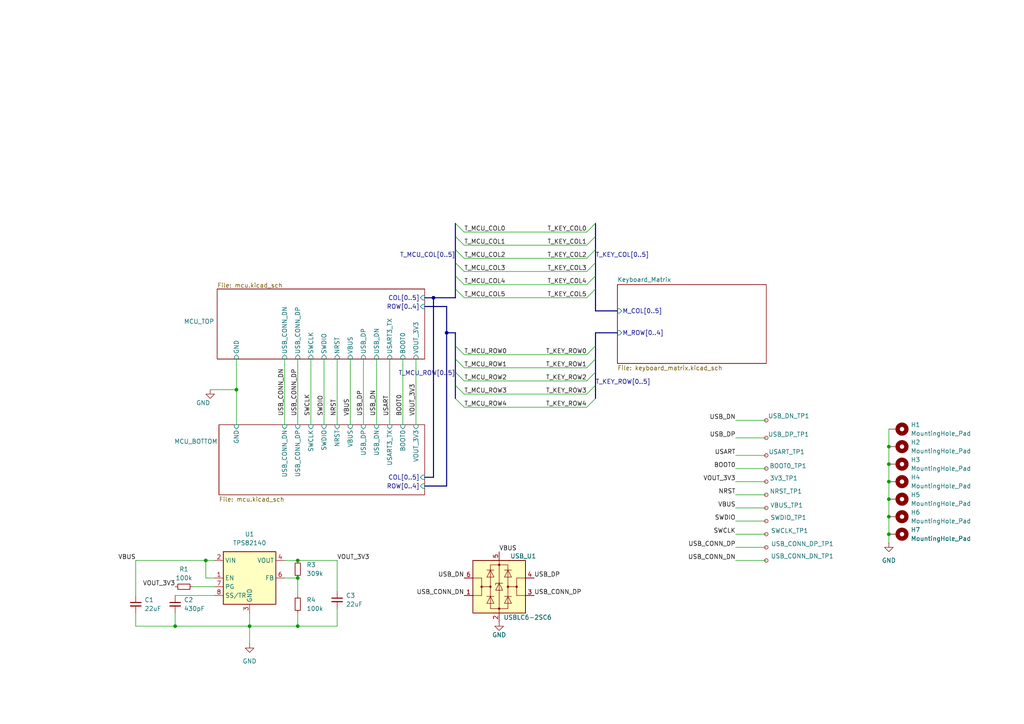
<source format=kicad_sch>
(kicad_sch (version 20231120) (generator "eeschema") (generator_version "8.0")
  (paper "A4")
  (lib_symbols
    (symbol "Connector:TestPoint_Small" (pin_numbers hide) (pin_names (offset 0.762) hide)
      (property "Reference" "TP" (at 0 3.81 0))
      (property "Value" "TestPoint_Small" (at 0 2.032 0))
      (symbol "TestPoint_Small_0_1"
        (circle (center 0 0) (radius 0.508))
      )
      (symbol "TestPoint_Small_1_1"
        (pin passive line (at 0 0 90) (length 0) (name "1") (number "1"))
      )
    )
    (symbol "Device:C_Small" (pin_numbers hide) (pin_names (offset 0.254) hide)
      (property "Reference" "C" (at 0.254 1.778 0))
      (property "Value" "C_Small" (at 0.254 -2.032 0))
      (symbol "C_Small_0_1"
        (polyline (pts (xy -1.524 -0.508) (xy 1.524 -0.508)) (stroke (width 0.3302)))
        (polyline (pts (xy -1.524 0.508) (xy 1.524 0.508)) (stroke (width 0.3048)))
      )
      (symbol "C_Small_1_1"
        (pin passive line (at 0 2.54 270) (length 2.032) (name "~") (number "1"))
        (pin passive line (at 0 -2.54 90) (length 2.032) (name "~") (number "2"))
      )
    )
    (symbol "Device:R_Small" (pin_numbers hide) (pin_names (offset 0.254) hide)
      (property "Reference" "R" (at 0.762 0.508 0))
      (property "Value" "R_Small" (at 0.762 -1.016 0))
      (symbol "R_Small_0_1"
        (rectangle (start -0.762 1.778) (end 0.762 -1.778) (stroke (width 0.2032)))
      )
      (symbol "R_Small_1_1"
        (pin passive line (at 0 2.54 270) (length 0.762) (name "~") (number "1"))
        (pin passive line (at 0 -2.54 90) (length 0.762) (name "~") (number "2"))
      )
    )
    (symbol "GND_1" (power) (pin_numbers hide) (pin_names (offset 0) hide)
      (property "Value" "GND" (at 0 -3.81 0))
      (symbol "GND_1_0_1"
        (polyline (pts (xy 0 0) (xy 0 -1.27) (xy 1.27 -1.27) (xy 0 -2.54) (xy -1.27 -1.27) (xy 0 -1.27)))
      )
      (symbol "GND_1_1_1"
        (pin power_in line (at 0 0 270) (length 0) (name "~") (number "1"))
      )
    )
    (symbol "Mechanical:MountingHole_Pad" (pin_numbers hide) (pin_names (offset 1.016) hide) (exclude_from_sim yes) (in_bom no)
      (property "Reference" "H" (at 0 6.35 0))
      (property "Value" "MountingHole_Pad" (at 0 4.445 0))
      (symbol "MountingHole_Pad_0_1"
        (circle (center 0 1.27) (radius 1.27) (stroke (width 1.27)))
      )
      (symbol "MountingHole_Pad_1_1"
        (pin input line (at 0 -2.54 90) (length 2.54) (name "1") (number "1"))
      )
    )
    (symbol "Regulator_Switching:TPS82140"
      (property "Reference" "U" (at 1.27 11.43 0))
      (property "Value" "TPS82140" (at 5.08 8.89 0))
      (symbol "TPS82140_0_1"
        (rectangle (start -7.62 7.62) (end 7.62 -7.62) (stroke (width 0.254)) (fill (type background)))
      )
      (symbol "TPS82140_1_1"
        (pin input line (at -10.16 0 0) (length 2.54) (name "EN") (number "1"))
        (pin power_in line (at -10.16 5.08 0) (length 2.54) (name "VIN") (number "2"))
        (pin power_in line (at 0 -10.16 90) (length 2.54) (name "GND") (number "3"))
        (pin power_out line (at 10.16 5.08 180) (length 2.54) (name "VOUT") (number "4"))
        (pin passive line (at 10.16 5.08 180) (length 2.54) hide (name "VOUT") (number "5"))
        (pin input line (at 10.16 0 180) (length 2.54) (name "FB") (number "6"))
        (pin open_collector line (at -10.16 -2.54 0) (length 2.54) (name "PG") (number "7"))
        (pin input line (at -10.16 -5.08 0) (length 2.54) (name "SS/TR") (number "8"))
        (pin passive line (at 0 -10.16 90) (length 2.54) hide (name "GND") (number "9"))
      )
    )
    (symbol "STM32F4_REV2-rescue:GND-power" (power) (pin_names (offset 0))
      (property "Value" "power_GND" (at 0 -3.81 0))
      (symbol "GND-power_0_1"
        (polyline (pts (xy 0 0) (xy 0 -1.27) (xy 1.27 -1.27) (xy 0 -2.54) (xy -1.27 -1.27) (xy 0 -1.27)))
      )
      (symbol "GND-power_1_1"
        (pin power_in line (at 0 0 270) (length 0) hide (name "GND") (number "1"))
      )
    )
    (symbol "STM32F4_REV2-rescue:USBLC6-2SC6-Power_Protection" (pin_names hide)
      (property "Reference" "U" (at 2.54 8.89 0))
      (property "Value" "Power_Protection_USBLC6-2SC6" (at 2.54 -8.89 0))
      (symbol "USBLC6-2SC6-Power_Protection_0_1"
        (rectangle (start -7.62 -7.62) (end 7.62 7.62) (stroke (width 0.254)) (fill (type background)))
        (circle (center -5.08 0) (radius 0.254) (fill (type outline)))
        (circle (center -2.54 0) (radius 0.254) (fill (type outline)))
        (rectangle (start -2.54 6.35) (end 2.54 -6.35))
        (circle (center 0 -6.35) (radius 0.254) (fill (type outline)))
        (polyline (pts (xy -5.08 -2.54) (xy -7.62 -2.54)))
        (polyline (pts (xy -5.08 0) (xy -5.08 -2.54)))
        (polyline (pts (xy -5.08 2.54) (xy -7.62 2.54)))
        (polyline (pts (xy -1.524 -2.794) (xy -3.556 -2.794)))
        (polyline (pts (xy -1.524 4.826) (xy -3.556 4.826)))
        (polyline (pts (xy 0 -7.62) (xy 0 -6.35)))
        (polyline (pts (xy 0 -6.35) (xy 0 1.27)))
        (polyline (pts (xy 0 1.27) (xy 0 6.35)))
        (polyline (pts (xy 0 6.35) (xy 0 7.62)))
        (polyline (pts (xy 1.524 -2.794) (xy 3.556 -2.794)))
        (polyline (pts (xy 1.524 4.826) (xy 3.556 4.826)))
        (polyline (pts (xy 5.08 -2.54) (xy 7.62 -2.54)))
        (polyline (pts (xy 5.08 0) (xy 5.08 -2.54)))
        (polyline (pts (xy 5.08 2.54) (xy 7.62 2.54)))
        (polyline (pts (xy -2.54 0) (xy -5.08 0) (xy -5.08 2.54)))
        (polyline (pts (xy 2.54 0) (xy 5.08 0) (xy 5.08 2.54)))
        (polyline (pts (xy -3.556 -4.826) (xy -1.524 -4.826) (xy -2.54 -2.794) (xy -3.556 -4.826)))
        (polyline (pts (xy -3.556 2.794) (xy -1.524 2.794) (xy -2.54 4.826) (xy -3.556 2.794)))
        (polyline (pts (xy -1.016 -1.016) (xy 1.016 -1.016) (xy 0 1.016) (xy -1.016 -1.016)))
        (polyline (pts (xy 1.016 1.016) (xy 0.762 1.016) (xy -1.016 1.016) (xy -1.016 0.508)))
        (polyline (pts (xy 3.556 -4.826) (xy 1.524 -4.826) (xy 2.54 -2.794) (xy 3.556 -4.826)))
        (polyline (pts (xy 3.556 2.794) (xy 1.524 2.794) (xy 2.54 4.826) (xy 3.556 2.794)))
        (circle (center 0 6.35) (radius 0.254) (fill (type outline)))
        (circle (center 2.54 0) (radius 0.254) (fill (type outline)))
        (circle (center 5.08 0) (radius 0.254) (fill (type outline)))
      )
      (symbol "USBLC6-2SC6-Power_Protection_1_1"
        (pin passive line (at -10.16 -2.54 0) (length 2.54) (name "I/O1") (number "1"))
        (pin passive line (at 0 -10.16 90) (length 2.54) (name "GND") (number "2"))
        (pin passive line (at 10.16 -2.54 180) (length 2.54) (name "I/O2") (number "3"))
        (pin passive line (at 10.16 2.54 180) (length 2.54) (name "I/O2") (number "4"))
        (pin passive line (at 0 10.16 270) (length 2.54) (name "VBUS") (number "5"))
        (pin passive line (at -10.16 2.54 0) (length 2.54) (name "I/O1") (number "6"))
      )
    )
    (symbol "power:GND" (power) (pin_names (offset 0))
      (property "Value" "GND" (at 0 -3.81 0))
      (symbol "GND_0_1"
        (polyline (pts (xy 0 0) (xy 0 -1.27) (xy 1.27 -1.27) (xy 0 -2.54) (xy -1.27 -1.27) (xy 0 -1.27)))
      )
      (symbol "GND_1_1"
        (pin power_in line (at 0 0 270) (length 0) hide (name "GND") (number "1"))
      )
    )
  )
  (junction (at 50.8 181.61))
  (junction (at 129.54 96.52))
  (junction (at 257.81 129.54))
  (junction (at 86.36 167.64))
  (junction (at 125.73 86.36))
  (junction (at 257.81 144.78))
  (junction (at 59.69 162.56))
  (junction (at 68.58 113.03))
  (junction (at 257.81 154.94))
  (junction (at 257.81 139.7))
  (junction (at 72.39 181.61))
  (junction (at 257.81 134.62))
  (junction (at 86.36 162.56))
  (junction (at 86.36 181.61))
  (junction (at 257.81 149.86))
  (bus_entry (at 170.18 78.74) (size 2.54 -2.54))
  (bus_entry (at 170.18 102.87) (size 2.54 -2.54))
  (bus_entry (at 170.18 82.55) (size 2.54 -2.54))
  (bus_entry (at 170.18 118.11) (size 2.54 -2.54))
  (bus_entry (at 170.18 86.36) (size 2.54 -2.54))
  (bus_entry (at 132.08 80.01) (size 2.54 2.54))
  (bus_entry (at 170.18 110.49) (size 2.54 -2.54))
  (bus_entry (at 132.08 76.2) (size 2.54 2.54))
  (bus_entry (at 170.18 67.31) (size 2.54 -2.54))
  (bus_entry (at 170.18 106.68) (size 2.54 -2.54))
  (bus_entry (at 132.08 64.77) (size 2.54 2.54))
  (bus_entry (at 132.08 111.76) (size 2.54 2.54))
  (bus_entry (at 132.08 104.14) (size 2.54 2.54))
  (bus_entry (at 132.08 83.82) (size 2.54 2.54))
  (bus_entry (at 170.18 74.93) (size 2.54 -2.54))
  (bus_entry (at 132.08 68.58) (size 2.54 2.54))
  (bus_entry (at 132.08 107.95) (size 2.54 2.54))
  (bus_entry (at 170.18 114.3) (size 2.54 -2.54))
  (bus_entry (at 132.08 72.39) (size 2.54 2.54))
  (bus_entry (at 132.08 115.57) (size 2.54 2.54))
  (bus_entry (at 170.18 71.12) (size 2.54 -2.54))
  (bus_entry (at 132.08 100.33) (size 2.54 2.54))
  (bus (pts (xy 125.73 86.36) (xy 125.73 138.43)))
  (bus (pts (xy 132.08 111.76) (xy 132.08 115.57)))
  (bus (pts (xy 172.72 104.14) (xy 172.72 107.95)))
  (wire (pts (xy 82.55 162.56) (xy 86.36 162.56)))
  (bus (pts (xy 132.08 100.33) (xy 132.08 104.14)))
  (wire (pts (xy 213.36 132.08) (xy 222.25 132.08)))
  (bus (pts (xy 132.08 104.14) (xy 132.08 107.95)))
  (wire (pts (xy 50.8 172.72) (xy 62.23 172.72)))
  (wire (pts (xy 213.36 147.32) (xy 222.25 147.32)))
  (wire (pts (xy 134.62 74.93) (xy 170.18 74.93)))
  (wire (pts (xy 213.36 151.13) (xy 222.25 151.13)))
  (wire (pts (xy 82.55 104.14) (xy 82.55 123.19)))
  (wire (pts (xy 62.23 162.56) (xy 59.69 162.56)))
  (wire (pts (xy 86.36 104.14) (xy 86.36 123.19)))
  (wire (pts (xy 134.62 78.74) (xy 170.18 78.74)))
  (wire (pts (xy 257.81 154.94) (xy 257.81 157.48)))
  (wire (pts (xy 134.62 71.12) (xy 170.18 71.12)))
  (bus (pts (xy 172.72 111.76) (xy 172.72 115.57)))
  (wire (pts (xy 213.36 143.51) (xy 222.25 143.51)))
  (bus (pts (xy 125.73 86.36) (xy 132.08 86.36)))
  (wire (pts (xy 213.36 127) (xy 222.25 127)))
  (wire (pts (xy 68.58 104.14) (xy 68.58 113.03)))
  (wire (pts (xy 60.96 113.03) (xy 68.58 113.03)))
  (bus (pts (xy 132.08 76.2) (xy 132.08 80.01)))
  (wire (pts (xy 50.8 181.61) (xy 50.8 177.8)))
  (wire (pts (xy 113.03 104.14) (xy 113.03 123.19)))
  (wire (pts (xy 134.62 118.11) (xy 170.18 118.11)))
  (bus (pts (xy 123.19 86.36) (xy 125.73 86.36)))
  (wire (pts (xy 39.37 181.61) (xy 50.8 181.61)))
  (wire (pts (xy 257.81 149.86) (xy 257.81 154.94)))
  (bus (pts (xy 123.19 140.97) (xy 129.54 140.97)))
  (bus (pts (xy 172.72 72.39) (xy 172.72 76.2)))
  (wire (pts (xy 39.37 162.56) (xy 59.69 162.56)))
  (bus (pts (xy 172.72 100.33) (xy 172.72 104.14)))
  (bus (pts (xy 129.54 88.9) (xy 129.54 96.52)))
  (bus (pts (xy 125.73 138.43) (xy 123.19 138.43)))
  (wire (pts (xy 213.36 135.89) (xy 222.25 135.89)))
  (wire (pts (xy 257.81 124.46) (xy 257.81 129.54)))
  (bus (pts (xy 132.08 64.77) (xy 132.08 68.58)))
  (bus (pts (xy 172.72 90.17) (xy 179.07 90.17)))
  (bus (pts (xy 172.72 96.52) (xy 172.72 100.33)))
  (wire (pts (xy 72.39 181.61) (xy 86.36 181.61)))
  (bus (pts (xy 172.72 90.17) (xy 172.72 83.82)))
  (bus (pts (xy 172.72 107.95) (xy 172.72 111.76)))
  (wire (pts (xy 86.36 162.56) (xy 97.79 162.56)))
  (wire (pts (xy 257.81 129.54) (xy 257.81 134.62)))
  (wire (pts (xy 134.62 82.55) (xy 170.18 82.55)))
  (bus (pts (xy 132.08 96.52) (xy 132.08 100.33)))
  (wire (pts (xy 213.36 139.7) (xy 222.25 139.7)))
  (bus (pts (xy 172.72 96.52) (xy 179.07 96.52)))
  (wire (pts (xy 68.58 113.03) (xy 68.58 123.19)))
  (wire (pts (xy 86.36 177.8) (xy 86.36 181.61)))
  (bus (pts (xy 172.72 80.01) (xy 172.72 83.82)))
  (wire (pts (xy 134.62 67.31) (xy 170.18 67.31)))
  (wire (pts (xy 213.36 162.56) (xy 222.25 162.56)))
  (bus (pts (xy 129.54 96.52) (xy 132.08 96.52)))
  (wire (pts (xy 97.79 104.14) (xy 97.79 123.19)))
  (wire (pts (xy 82.55 167.64) (xy 86.36 167.64)))
  (bus (pts (xy 172.72 68.58) (xy 172.72 72.39)))
  (wire (pts (xy 72.39 181.61) (xy 72.39 177.8)))
  (wire (pts (xy 97.79 162.56) (xy 97.79 171.45)))
  (wire (pts (xy 86.36 167.64) (xy 86.36 172.72)))
  (wire (pts (xy 222.25 121.92) (xy 213.36 121.92)))
  (bus (pts (xy 132.08 68.58) (xy 132.08 72.39)))
  (wire (pts (xy 39.37 172.72) (xy 39.37 162.56)))
  (bus (pts (xy 132.08 80.01) (xy 132.08 83.82)))
  (wire (pts (xy 134.62 114.3) (xy 170.18 114.3)))
  (wire (pts (xy 59.69 162.56) (xy 59.69 167.64)))
  (bus (pts (xy 172.72 64.77) (xy 172.72 68.58)))
  (bus (pts (xy 129.54 140.97) (xy 129.54 96.52)))
  (wire (pts (xy 213.36 154.94) (xy 222.25 154.94)))
  (wire (pts (xy 134.62 102.87) (xy 170.18 102.87)))
  (wire (pts (xy 93.98 104.14) (xy 93.98 123.19)))
  (wire (pts (xy 109.22 104.14) (xy 109.22 123.19)))
  (wire (pts (xy 134.62 86.36) (xy 170.18 86.36)))
  (wire (pts (xy 39.37 181.61) (xy 39.37 177.8)))
  (wire (pts (xy 134.62 106.68) (xy 170.18 106.68)))
  (bus (pts (xy 132.08 107.95) (xy 132.08 111.76)))
  (wire (pts (xy 213.36 158.75) (xy 222.25 158.75)))
  (bus (pts (xy 132.08 72.39) (xy 132.08 76.2)))
  (wire (pts (xy 50.8 181.61) (xy 72.39 181.61)))
  (wire (pts (xy 101.6 104.14) (xy 101.6 123.19)))
  (wire (pts (xy 59.69 167.64) (xy 62.23 167.64)))
  (wire (pts (xy 257.81 144.78) (xy 257.81 149.86)))
  (wire (pts (xy 120.65 104.14) (xy 120.65 123.19)))
  (wire (pts (xy 90.17 104.14) (xy 90.17 123.19)))
  (wire (pts (xy 86.36 181.61) (xy 97.79 181.61)))
  (wire (pts (xy 55.88 170.18) (xy 62.23 170.18)))
  (bus (pts (xy 123.19 88.9) (xy 129.54 88.9)))
  (bus (pts (xy 172.72 80.01) (xy 172.72 76.2)))
  (wire (pts (xy 97.79 181.61) (xy 97.79 176.53)))
  (wire (pts (xy 116.84 104.14) (xy 116.84 123.19)))
  (wire (pts (xy 72.39 181.61) (xy 72.39 186.69)))
  (wire (pts (xy 134.62 110.49) (xy 170.18 110.49)))
  (wire (pts (xy 257.81 134.62) (xy 257.81 139.7)))
  (wire (pts (xy 257.81 139.7) (xy 257.81 144.78)))
  (wire (pts (xy 105.41 104.14) (xy 105.41 123.19)))
  (bus (pts (xy 132.08 83.82) (xy 132.08 86.36)))
  (label "T_KEY_ROW3" (at 170.18 114.3 180))
  (label "T_KEY_ROW1" (at 170.18 106.68 180))
  (label "T_MCU_ROW3" (at 134.62 114.3 0))
  (label "SWCLK" (at 213.36 154.94 180))
  (label "T_MCU_COL0" (at 134.62 67.31 0))
  (label "T_MCU_ROW1" (at 134.62 106.68 0))
  (label "T_KEY_COL2" (at 170.18 74.93 180))
  (label "USART" (at 213.36 132.08 180))
  (label "USB_DP" (at 105.41 120.65 90))
  (label "T_MCU_ROW0" (at 134.62 102.87 0))
  (label "USB_CONN_DN" (at 213.36 162.56 180))
  (label "T_MCU_COL1" (at 134.62 71.12 0))
  (label "VOUT_3V3" (at 120.65 120.65 90))
  (label "USB_CONN_DP" (at 154.94 172.72 0))
  (label "VOUT_3V3" (at 213.36 139.7 180))
  (label "T_MCU_ROW[0..5]" (at 132.08 109.22 180))
  (label "USART" (at 113.03 120.65 90))
  (label "VBUS" (at 39.37 162.56 180))
  (label "T_MCU_COL3" (at 134.62 78.74 0))
  (label "T_KEY_COL5" (at 170.18 86.36 180))
  (label "VOUT_3V3" (at 50.8 170.18 180))
  (label "USB_CONN_DN" (at 82.55 120.65 90))
  (label "T_KEY_ROW[0..5]" (at 172.72 111.76 0))
  (label "T_KEY_COL1" (at 170.18 71.12 180))
  (label "USB_DN" (at 109.22 120.65 90))
  (label "VBUS" (at 213.36 147.32 180))
  (label "T_KEY_ROW0" (at 170.18 102.87 180))
  (label "T_KEY_COL0" (at 170.18 67.31 180))
  (label "T_MCU_COL[0..5]" (at 132.08 74.93 180))
  (label "T_MCU_COL2" (at 134.62 74.93 0))
  (label "T_KEY_COL4" (at 170.18 82.55 180))
  (label "NRST" (at 213.36 143.51 180))
  (label "T_MCU_COL5" (at 134.62 86.36 0))
  (label "VBUS" (at 144.78 160.02 0))
  (label "T_KEY_COL[0..5]" (at 172.72 74.93 0))
  (label "T_KEY_ROW4" (at 170.18 118.11 180))
  (label "SWDIO" (at 213.36 151.13 180))
  (label "USB_CONN_DP" (at 213.36 158.75 180))
  (label "BOOT0" (at 213.36 135.89 180))
  (label "T_MCU_ROW4" (at 134.62 118.11 0))
  (label "VBUS" (at 101.6 120.65 90))
  (label "T_KEY_ROW2" (at 170.18 110.49 180))
  (label "T_MCU_ROW2" (at 134.62 110.49 0))
  (label "USB_DP" (at 213.36 127 180))
  (label "USB_DP" (at 154.94 167.64 0))
  (label "BOOT0" (at 116.84 120.65 90))
  (label "USB_CONN_DP" (at 86.36 120.65 90))
  (label "T_MCU_COL4" (at 134.62 82.55 0))
  (label "SWCLK" (at 90.17 120.65 90))
  (label "USB_DN" (at 213.36 121.92 180))
  (label "T_KEY_COL3" (at 170.18 78.74 180))
  (label "USB_DN" (at 134.62 167.64 180))
  (label "NRST" (at 97.79 120.65 90))
  (label "VOUT_3V3" (at 97.79 162.56 0))
  (label "USB_CONN_DN" (at 134.62 172.72 180))
  (label "SWDIO" (at 93.98 120.65 90))
  (symbol (lib_id "Connector:TestPoint_Small") (at 222.25 143.51 90) (unit 1)
    (property "Reference" "NRST_TP1" (at 232.664 142.494 90) (effects (justify left)))
    (property "Value" "TestPoint_Small" (effects (hide yes)))
    (property "Footprint" "Testpoint_Rev:TestPoint_THTPad_D1.0mm_Drill0.5mm_reversible" (effects (hide yes)))
    (property "Description" "test point" (effects (hide yes)))
    (property "JLCPCB Part #" "N/A" (effects (hide yes)))
  )
  (symbol (lib_id "Regulator_Switching:TPS82140") (at 72.39 167.64 0) (unit 1)
    (property "Reference" "U1" (at 72.39 154.94 0))
    (property "Value" "TPS82140" (at 72.39 157.48 0))
    (property "Footprint" "Package_LGA:Texas_SIL0008D_MicroSiP-8-1EP_2.8x3mm_P0.65mm_EP1.1x1.9mm" (effects (hide yes)))
    (property "Datasheet" "http://www.ti.com/lit/ds/symlink/tps82140.pdf" (effects (hide yes)))
    (property "Description" "17V Input 2A Step-Down Converter MicroSiP Module with Integrated Inductor, μSiL-8" (effects (hide yes)))
    (property "JLCPCB Part #" "C544385" (effects (hide yes)))
  )
  (symbol (lib_id "Mechanical:MountingHole_Pad") (at 260.35 134.62 270) (unit 1) (exclude_from_sim yes) (in_bom no)
    (property "Reference" "H3" (at 264.16 133.3499 90) (effects (justify left)))
    (property "Value" "MountingHole_Pad" (at 264.16 135.8899 90) (effects (justify left)))
    (property "Footprint" "MountingHole_NoSilkscreen:MountingHole_2.7mm_M2.5_DIN965_Pad_reversible" (effects (hide yes)))
    (property "Description" "Mounting Hole with connection" (effects (hide yes)))
    (property "JLCPCB Part #" "N/A" (effects (hide yes)))
  )
  (symbol (lib_id "Connector:TestPoint_Small") (at 222.25 154.94 90) (unit 1)
    (property "Reference" "SWCLK_TP1" (at 234.442 153.924 90) (effects (justify left)))
    (property "Value" "TestPoint_Small" (effects (hide yes)))
    (property "Footprint" "Testpoint_Rev:TestPoint_THTPad_D1.0mm_Drill0.5mm_reversible" (effects (hide yes)))
    (property "Description" "test point" (effects (hide yes)))
    (property "JLCPCB Part #" "N/A" (effects (hide yes)))
  )
  (symbol (lib_id "Mechanical:MountingHole_Pad") (at 260.35 149.86 270) (unit 1) (exclude_from_sim yes) (in_bom no)
    (property "Reference" "H6" (at 264.16 148.5899 90) (effects (justify left)))
    (property "Value" "MountingHole_Pad" (at 264.16 151.1299 90) (effects (justify left)))
    (property "Footprint" "MountingHole_NoSilkscreen:MountingHole_2.7mm_M2.5_DIN965_Pad_reversible" (effects (hide yes)))
    (property "Description" "Mounting Hole with connection" (effects (hide yes)))
    (property "JLCPCB Part #" "N/A" (effects (hide yes)))
  )
  (symbol (lib_id "power:GND") (at 72.39 186.69 0) (unit 1)
    (property "Reference" "#PWR07" (effects (hide yes)))
    (property "Value" "GND" (at 72.39 191.77 0))
    (property "Description" "Power symbol creates a global label with name \"GND\" , ground" (effects (hide yes)))
  )
  (symbol (lib_id "Mechanical:MountingHole_Pad") (at 260.35 129.54 270) (unit 1) (exclude_from_sim yes) (in_bom no)
    (property "Reference" "H2" (at 264.16 128.2699 90) (effects (justify left)))
    (property "Value" "MountingHole_Pad" (at 264.16 130.8099 90) (effects (justify left)))
    (property "Footprint" "MountingHole_NoSilkscreen:MountingHole_2.7mm_M2.5_DIN965_Pad_reversible" (effects (hide yes)))
    (property "Description" "Mounting Hole with connection" (effects (hide yes)))
    (property "JLCPCB Part #" "N/A" (effects (hide yes)))
  )
  (symbol (lib_id "Connector:TestPoint_Small") (at 222.25 135.89 90) (unit 1)
    (property "Reference" "BOOT0_TP1" (at 233.934 135.128 90) (effects (justify left)))
    (property "Value" "TestPoint_Small" (effects (hide yes)))
    (property "Footprint" "Testpoint_Rev:TestPoint_THTPad_D1.0mm_Drill0.5mm_reversible" (effects (hide yes)))
    (property "Description" "test point" (effects (hide yes)))
    (property "JLCPCB Part #" "N/A" (effects (hide yes)))
  )
  (symbol (lib_id "Connector:TestPoint_Small") (at 222.25 151.13 90) (unit 1)
    (property "Reference" "SWDIO_TP1" (at 233.934 150.114 90) (effects (justify left)))
    (property "Value" "TestPoint_Small" (effects (hide yes)))
    (property "Footprint" "Testpoint_Rev:TestPoint_THTPad_D1.0mm_Drill0.5mm_reversible" (effects (hide yes)))
    (property "Description" "test point" (effects (hide yes)))
    (property "JLCPCB Part #" "N/A" (effects (hide yes)))
  )
  (symbol (lib_id "Connector:TestPoint_Small") (at 222.25 147.32 90) (unit 1)
    (property "Reference" "VBUS_TP1" (at 232.918 146.558 90) (effects (justify left)))
    (property "Value" "TestPoint_Small" (effects (hide yes)))
    (property "Footprint" "Testpoint_Rev:TestPoint_THTPad_D1.0mm_Drill0.5mm_reversible" (effects (hide yes)))
    (property "Description" "test point" (effects (hide yes)))
    (property "JLCPCB Part #" "N/A" (effects (hide yes)))
  )
  (symbol (lib_id "Connector:TestPoint_Small") (at 222.25 121.92 270) (mirror x) (unit 1)
    (property "Reference" "USB_DN_TP1" (at 222.758 120.65 90) (effects (justify left)))
    (property "Value" "TestPoint_Small" (effects (hide yes)))
    (property "Footprint" "Testpoint_Rev:TestPoint_THTPad_D1.0mm_Drill0.5mm_reversible" (effects (hide yes)))
    (property "Description" "test point" (effects (hide yes)))
    (property "JLCPCB Part #" "N/A" (effects (hide yes)))
  )
  (symbol (lib_id "Mechanical:MountingHole_Pad") (at 260.35 124.46 270) (unit 1) (exclude_from_sim yes) (in_bom no)
    (property "Reference" "H1" (at 264.16 123.1899 90) (effects (justify left)))
    (property "Value" "MountingHole_Pad" (at 264.16 125.7299 90) (effects (justify left)))
    (property "Footprint" "MountingHole_NoSilkscreen:MountingHole_2.7mm_M2.5_DIN965_Pad_reversible" (effects (hide yes)))
    (property "Description" "Mounting Hole with connection" (effects (hide yes)))
    (property "JLCPCB Part #" "N/A" (effects (hide yes)))
  )
  (symbol (lib_id "Connector:TestPoint_Small") (at 222.25 139.7 90) (unit 1)
    (property "Reference" "3V3_TP1" (at 231.394 138.684 90) (effects (justify left)))
    (property "Value" "TestPoint_Small" (effects (hide yes)))
    (property "Footprint" "Testpoint_Rev:TestPoint_THTPad_D1.0mm_Drill0.5mm_reversible" (effects (hide yes)))
    (property "Description" "test point" (effects (hide yes)))
    (property "JLCPCB Part #" "N/A" (effects (hide yes)))
  )
  (symbol (lib_id "Device:R_Small") (at 86.36 175.26 0) (unit 1)
    (property "Reference" "R4" (at 88.9 173.9899 0) (effects (justify left)))
    (property "Value" "100k" (at 88.9 176.5299 0) (effects (justify left)))
    (property "Footprint" "Resistor_SMD:R_0603_1608Metric" (effects (hide yes)))
    (property "Description" "Resistor, small symbol" (effects (hide yes)))
  )
  (symbol (lib_name "GND_1") (lib_id "power:GND") (at 257.81 157.48 0) (unit 1)
    (property "Reference" "#PWR03" (effects (hide yes)))
    (property "Value" "GND" (at 257.81 162.56 0))
    (property "Description" "Power symbol creates a global label with name \"GND\" , ground" (effects (hide yes)))
  )
  (symbol (lib_id "Connector:TestPoint_Small") (at 222.25 132.08 90) (unit 1)
    (property "Reference" "USART_TP1" (at 233.426 131.064 90) (effects (justify left)))
    (property "Value" "TestPoint_Small" (effects (hide yes)))
    (property "Footprint" "Testpoint_Rev:TestPoint_THTPad_D1.0mm_Drill0.5mm_reversible" (effects (hide yes)))
    (property "Description" "test point" (effects (hide yes)))
    (property "JLCPCB Part #" "N/A" (effects (hide yes)))
  )
  (symbol (lib_id "Mechanical:MountingHole_Pad") (at 260.35 154.94 270) (unit 1) (exclude_from_sim yes) (in_bom no)
    (property "Reference" "H7" (at 264.16 153.6699 90) (effects (justify left)))
    (property "Value" "MountingHole_Pad" (at 264.16 156.2099 90) (effects (justify left)))
    (property "Footprint" "MountingHole_NoSilkscreen:MountingHole_2.7mm_M2.5_DIN965_Pad_reversible" (effects (hide yes)))
    (property "Description" "Mounting Hole with connection" (effects (hide yes)))
    (property "JLCPCB Part #" "N/A" (effects (hide yes)))
  )
  (symbol (lib_id "Device:C_Small") (at 39.37 175.26 0) (unit 1)
    (property "Reference" "C1" (at 41.91 173.9962 0) (effects (justify left)))
    (property "Value" "22uF" (at 41.91 176.5362 0) (effects (justify left)))
    (property "Footprint" "Capacitor_SMD:C_0603_1608Metric_Pad1.08x0.95mm_HandSolder" (effects (hide yes)))
    (property "Description" "Unpolarized capacitor, small symbol" (effects (hide yes)))
  )
  (symbol (lib_id "STM32F4_REV2-rescue:GND-power") (at 144.78 180.34 0) (unit 1)
    (property "Reference" "#PWR05" (effects (hide yes)))
    (property "Value" "GND" (at 144.78 184.15 0))
  )
  (symbol (lib_id "Device:R_Small") (at 53.34 170.18 90) (unit 1)
    (property "Reference" "R1" (at 53.34 165.1 90))
    (property "Value" "100k" (at 53.34 167.64 90))
    (property "Footprint" "Resistor_SMD:R_0603_1608Metric" (effects (hide yes)))
    (property "Description" "Resistor, small symbol" (effects (hide yes)))
  )
  (symbol (lib_id "Mechanical:MountingHole_Pad") (at 260.35 144.78 270) (unit 1) (exclude_from_sim yes) (in_bom no)
    (property "Reference" "H5" (at 264.16 143.5099 90) (effects (justify left)))
    (property "Value" "MountingHole_Pad" (at 264.16 146.0499 90) (effects (justify left)))
    (property "Footprint" "MountingHole_NoSilkscreen:MountingHole_2.7mm_M2.5_DIN965_Pad_reversible" (effects (hide yes)))
    (property "Description" "Mounting Hole with connection" (effects (hide yes)))
    (property "JLCPCB Part #" "N/A" (effects (hide yes)))
  )
  (symbol (lib_id "Device:C_Small") (at 50.8 175.26 0) (unit 1)
    (property "Reference" "C2" (at 53.34 173.9962 0) (effects (justify left)))
    (property "Value" "430pF" (at 53.34 176.5362 0) (effects (justify left)))
    (property "Footprint" "Capacitor_SMD:C_0603_1608Metric_Pad1.08x0.95mm_HandSolder" (effects (hide yes)))
    (property "Description" "Unpolarized capacitor, small symbol" (effects (hide yes)))
  )
  (symbol (lib_id "Device:R_Small") (at 86.36 165.1 0) (unit 1)
    (property "Reference" "R3" (at 88.9 163.8299 0) (effects (justify left)))
    (property "Value" "309k" (at 88.9 166.3699 0) (effects (justify left)))
    (property "Footprint" "Resistor_SMD:R_0603_1608Metric" (effects (hide yes)))
    (property "Description" "Resistor, small symbol" (effects (hide yes)))
  )
  (symbol (lib_id "Mechanical:MountingHole_Pad") (at 260.35 139.7 270) (unit 1) (exclude_from_sim yes) (in_bom no)
    (property "Reference" "H4" (at 264.16 138.4299 90) (effects (justify left)))
    (property "Value" "MountingHole_Pad" (at 264.16 140.9699 90) (effects (justify left)))
    (property "Footprint" "MountingHole_NoSilkscreen:MountingHole_2.7mm_M2.5_DIN965_Pad_reversible" (effects (hide yes)))
    (property "Description" "Mounting Hole with connection" (effects (hide yes)))
    (property "JLCPCB Part #" "N/A" (effects (hide yes)))
  )
  (symbol (lib_id "power:GND") (at 60.96 113.03 0) (unit 1)
    (property "Reference" "#PWR02" (effects (hide yes)))
    (property "Value" "GND" (at 60.96 116.84 0) (effects (justify right)))
  )
  (symbol (lib_id "STM32F4_REV2-rescue:USBLC6-2SC6-Power_Protection") (at 144.78 170.18 0) (unit 1)
    (property "Reference" "USB_U1" (at 151.765 161.29 0))
    (property "Value" "USBLC6-2SC6" (at 153.035 179.07 0))
    (property "Footprint" "Package_TO_SOT_SMD:SOT-23-6" (effects (hide yes)))
    (property "Datasheet" "https://www.st.com/resource/en/datasheet/usblc6-2.pdf" (effects (hide yes)))
    (property "LCSC Part #" "C7519" (effects (hide yes)))
    (property "JLCPCB Part #" "C323793" (effects (hide yes)))
  )
  (symbol (lib_id "Connector:TestPoint_Small") (at 222.25 158.75 90) (unit 1)
    (property "Reference" "USB_CONN_DP_TP1" (at 241.808 157.734 90) (effects (justify left)))
    (property "Value" "TestPoint_Small" (effects (hide yes)))
    (property "Footprint" "Testpoint_Rev:TestPoint_THTPad_D1.0mm_Drill0.5mm_reversible" (effects (hide yes)))
    (property "Description" "test point" (effects (hide yes)))
    (property "JLCPCB Part #" "N/A" (effects (hide yes)))
  )
  (symbol (lib_id "Connector:TestPoint_Small") (at 222.25 127 90) (unit 1)
    (property "Reference" "USB_DP_TP1" (at 234.696 125.984 90) (effects (justify left)))
    (property "Value" "TestPoint_Small" (effects (hide yes)))
    (property "Footprint" "Testpoint_Rev:TestPoint_THTPad_D1.0mm_Drill0.5mm_reversible" (effects (hide yes)))
    (property "Description" "test point" (effects (hide yes)))
    (property "JLCPCB Part #" "N/A" (effects (hide yes)))
  )
  (symbol (lib_id "Device:C_Small") (at 97.79 173.99 0) (unit 1)
    (property "Reference" "C3" (at 100.33 172.7262 0) (effects (justify left)))
    (property "Value" "22uF" (at 100.33 175.2662 0) (effects (justify left)))
    (property "Footprint" "Capacitor_SMD:C_0603_1608Metric_Pad1.08x0.95mm_HandSolder" (effects (hide yes)))
    (property "Description" "Unpolarized capacitor, small symbol" (effects (hide yes)))
  )
  (symbol (lib_id "Connector:TestPoint_Small") (at 222.25 162.56 90) (unit 1)
    (property "Reference" "USB_CONN_DN_TP1" (at 241.808 161.29 90) (effects (justify left)))
    (property "Value" "TestPoint_Small" (effects (hide yes)))
    (property "Footprint" "Testpoint_Rev:TestPoint_THTPad_D1.0mm_Drill0.5mm_reversible" (effects (hide yes)))
    (property "Description" "test point" (effects (hide yes)))
    (property "JLCPCB Part #" "N/A" (effects (hide yes)))
  )
  (sheet (at 63.5 123.19) (size 59.69 20.32) (stroke (width 0.1524))
    (property "Sheetname" "MCU_BOTTOM" (at 50.546 128.778 0) (effects (justify left bottom)))
    (property "Sheetfile" "mcu.kicad_sch" (at 63.5 144.0946 0) (effects (justify left top)))
    (pin "GND" input (at 68.58 123.19 90))
    (pin "COL[0..5]" input (at 123.19 138.43 0))
    (pin "ROW[0..4]" input (at 123.19 140.97 0))
    (pin "VOUT_3V3" input (at 120.65 123.19 90))
    (pin "BOOT0" input (at 116.84 123.19 90))
    (pin "USART3_TX" input (at 113.03 123.19 90))
    (pin "USB_DP" input (at 105.41 123.19 90))
    (pin "USB_DN" input (at 109.22 123.19 90))
    (pin "VBUS" input (at 101.6 123.19 90))
    (pin "SWDIO" input (at 93.98 123.19 90))
    (pin "SWCLK" input (at 90.17 123.19 90))
    (pin "NRST" input (at 97.79 123.19 90))
    (pin "USB_CONN_DP" input (at 86.36 123.19 90))
    (pin "USB_CONN_DN" input (at 82.55 123.19 90))
  )
  (sheet (at 179.07 82.55) (size 43.18 22.86) (stroke (width 0.1524))
    (property "Sheetname" "Keyboard_Matrix" (at 179.07 81.8384 0) (effects (justify left bottom)))
    (property "Sheetfile" "keyboard_matrix.kicad_sch" (at 179.07 105.9946 0) (effects (justify left top)))
    (pin "M_COL[0..5]" input (at 179.07 90.17 180))
    (pin "M_ROW[0..4]" input (at 179.07 96.52 180))
  )
  (sheet (at 62.992 83.82) (size 60.198 20.32) (stroke (width 0.1524))
    (property "Sheetname" "MCU_TOP" (at 53.34 93.98 0) (effects (justify left bottom)))
    (property "Sheetfile" "mcu.kicad_sch" (at 62.992 82.042 0) (effects (justify left top)))
    (pin "COL[0..5]" input (at 123.19 86.36 0))
    (pin "ROW[0..4]" input (at 123.19 88.9 0))
    (pin "VOUT_3V3" input (at 120.65 104.14 270))
    (pin "BOOT0" input (at 116.84 104.14 270))
    (pin "USART3_TX" input (at 113.03 104.14 270))
    (pin "USB_DP" input (at 105.41 104.14 270))
    (pin "USB_DN" input (at 109.22 104.14 270))
    (pin "VBUS" input (at 101.6 104.14 270))
    (pin "SWDIO" input (at 93.98 104.14 270))
    (pin "SWCLK" input (at 90.17 104.14 270))
    (pin "NRST" input (at 97.79 104.14 270))
    (pin "GND" input (at 68.58 104.14 270))
    (pin "USB_CONN_DP" input (at 86.36 104.14 270))
    (pin "USB_CONN_DN" input (at 82.55 104.14 270))
  )
)
</source>
